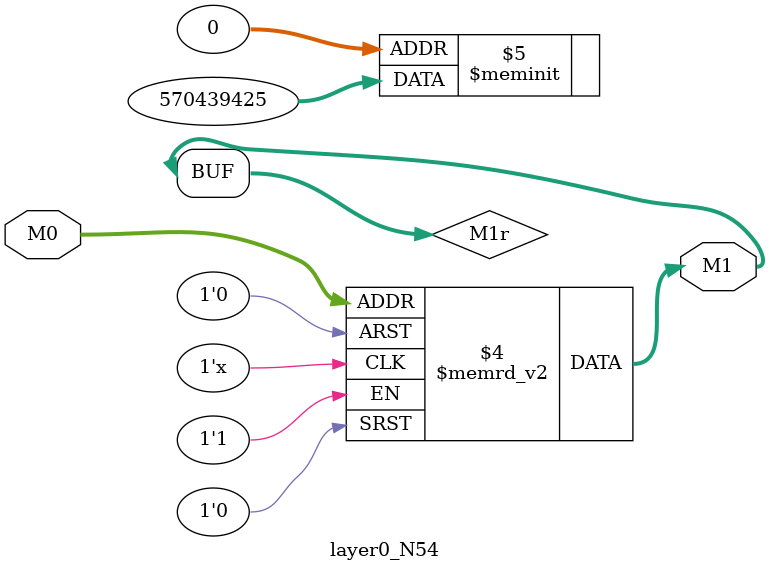
<source format=v>
module layer0_N54 ( input [3:0] M0, output [1:0] M1 );

	(*rom_style = "distributed" *) reg [1:0] M1r;
	assign M1 = M1r;
	always @ (M0) begin
		case (M0)
			4'b0000: M1r = 2'b01;
			4'b1000: M1r = 2'b00;
			4'b0100: M1r = 2'b11;
			4'b1100: M1r = 2'b10;
			4'b0010: M1r = 2'b00;
			4'b1010: M1r = 2'b00;
			4'b0110: M1r = 2'b11;
			4'b1110: M1r = 2'b10;
			4'b0001: M1r = 2'b00;
			4'b1001: M1r = 2'b00;
			4'b0101: M1r = 2'b01;
			4'b1101: M1r = 2'b00;
			4'b0011: M1r = 2'b00;
			4'b1011: M1r = 2'b00;
			4'b0111: M1r = 2'b00;
			4'b1111: M1r = 2'b00;

		endcase
	end
endmodule

</source>
